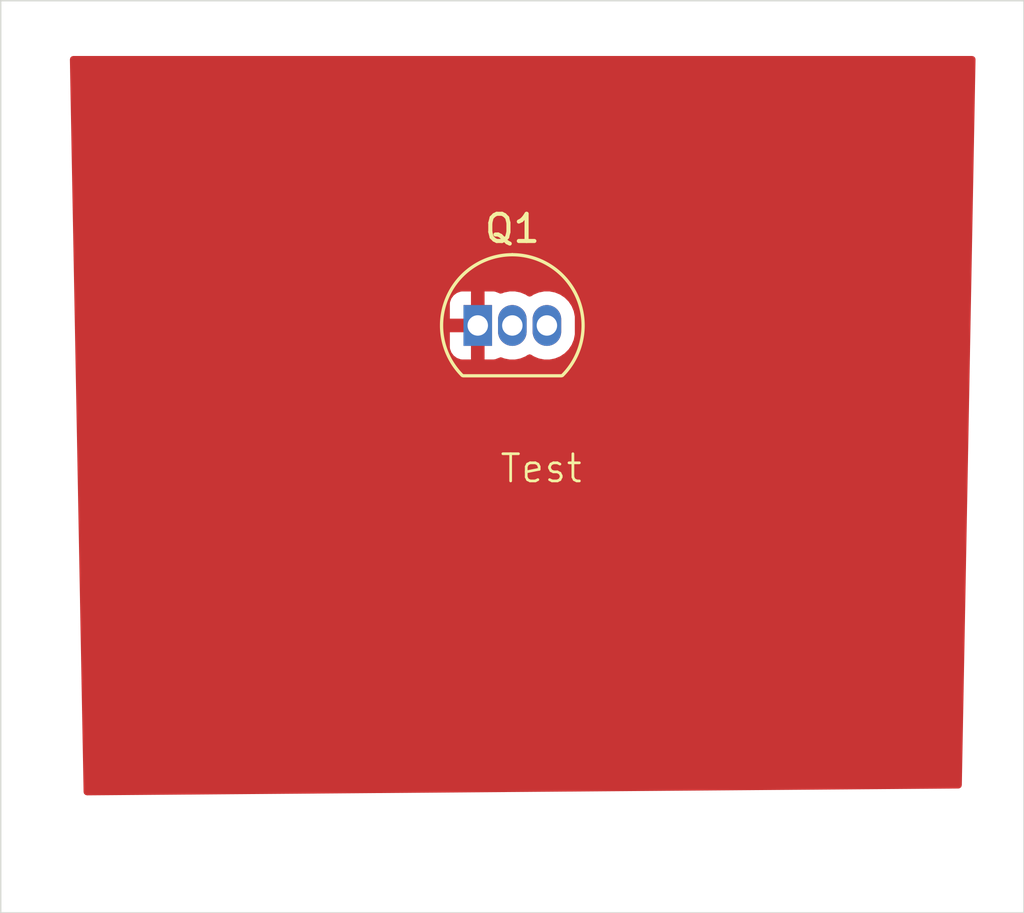
<source format=kicad_pcb>
(kicad_pcb (version 20240108) (generator "pcbnew") (generator_version "8.0")
  (layers (0 "F.Cu" signal) (31 "B.Cu" signal) (34 "B.Paste" user) (35 "F.Paste" user) (36 "B.SilkS" user "B.Silkscreen") (37 "F.SilkS" user "F.Silkscreen") (38 "B.Mask" user) (39 "F.Mask" user) (44 "Edge.Cuts" user))
  (net 0 "")
  (net 3 "GND")
  (footprint "Package_TO_SOT_THT:TO-92_Inline" (layer "F.Cu") (at 147.066 86.106)
    (property "Reference" "Q1" (at 1.27 -3.56 0) (layer "F.SilkS"))
    (property "Value" "2N3904")
    (fp_line (start -0.53 1.85) (end 3.07 1.85) (stroke (width 0.12)) (layer "F.SilkS"))
    (fp_arc (start -0.568478 1.838478) (mid -1.132087 -0.994977) (end 1.27 -2.6) (stroke (width 0.12)) (layer "F.SilkS"))
    (fp_arc (start 1.27 -2.6) (mid 3.672087 -0.994977) (end 3.108478 1.838478) (stroke (width 0.12)) (layer "F.SilkS"))
    (pad "1" thru_hole rect (at 0 0) (size 1.05 1.5) (drill 0.75) (layers "*.Cu" "*.Mask") (net 3 "GND"))
    (pad "2" thru_hole oval (at 1.27 0) (size 1.05 1.5) (drill 0.75) (layers "*.Cu" "*.Mask"))
    (pad "3" thru_hole oval (at 2.54 0) (size 1.05 1.5) (drill 0.75) (layers "*.Cu" "*.Mask"))
  )
  (gr_rect (start 129.54 74.168) (end 167.132 107.696) (stroke (width 0.05)) (fill none) (layer "Edge.Cuts"))
  (gr_text "Test" (at 147.828 91.948 0) (layer "F.SilkS") (effects (font (size 1 1) (thickness 0.1)) (justify left bottom)))
  (zone (net 3) (net_name "GND") (layer "F.Cu") (connect_pads (clearance 0.5)) (min_thickness 0.25) (fill yes (thermal_gap 0.5) (thermal_bridge_width 0.5))
    (polygon (pts (xy 132.08 76.2) (xy 165.354 76.2) (xy 164.846 103.124) (xy 132.588 103.378)))
  )
)
</source>
